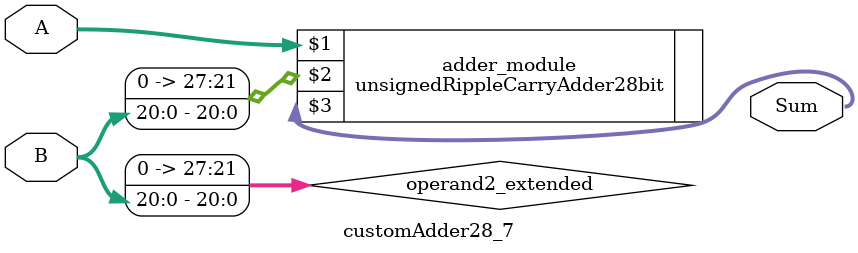
<source format=v>

module customAdder28_7(
                    input [27 : 0] A,
                    input [20 : 0] B,
                    
                    output [28 : 0] Sum
            );

    wire [27 : 0] operand2_extended;
    
    assign operand2_extended =  {7'b0, B};
    
    unsignedRippleCarryAdder28bit adder_module(
        A,
        operand2_extended,
        Sum
    );
    
endmodule
        
</source>
